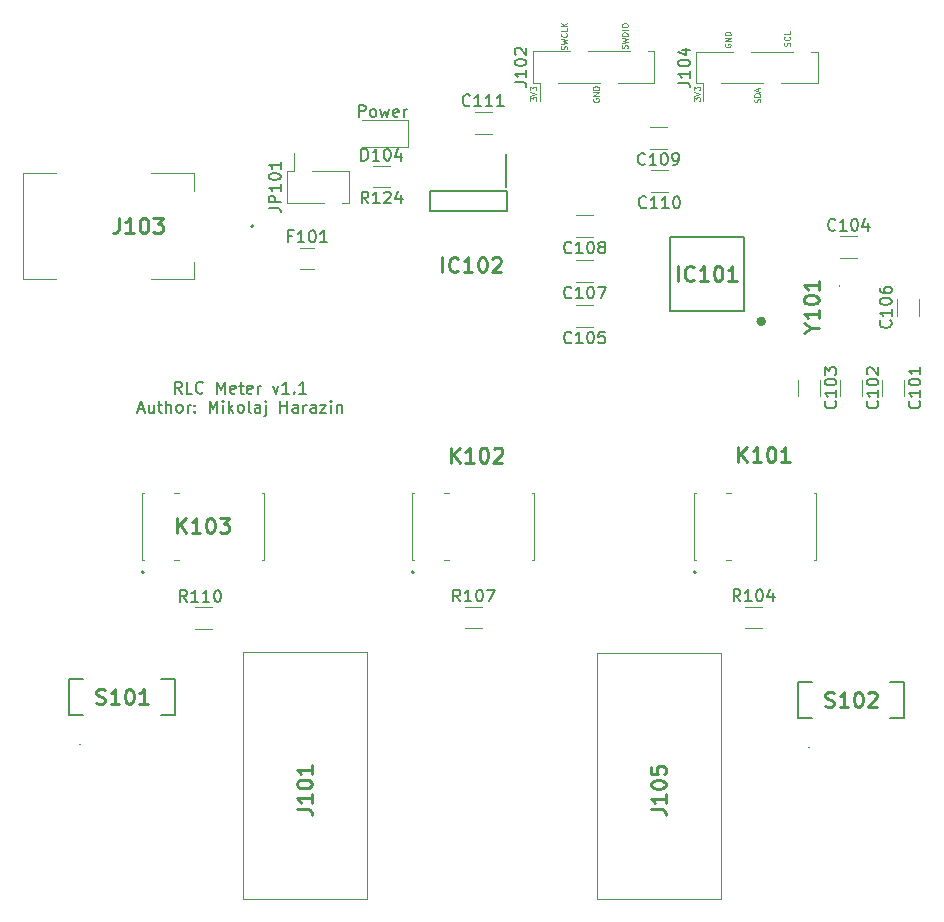
<source format=gbr>
%TF.GenerationSoftware,KiCad,Pcbnew,(6.0.7)*%
%TF.CreationDate,2023-04-19T21:38:57+02:00*%
%TF.ProjectId,rlc_meter,726c635f-6d65-4746-9572-2e6b69636164,rev?*%
%TF.SameCoordinates,Original*%
%TF.FileFunction,Legend,Top*%
%TF.FilePolarity,Positive*%
%FSLAX46Y46*%
G04 Gerber Fmt 4.6, Leading zero omitted, Abs format (unit mm)*
G04 Created by KiCad (PCBNEW (6.0.7)) date 2023-04-19 21:38:57*
%MOMM*%
%LPD*%
G01*
G04 APERTURE LIST*
%ADD10C,0.150000*%
%ADD11C,0.125000*%
%ADD12C,0.254000*%
%ADD13C,0.200000*%
%ADD14C,0.071590*%
%ADD15C,0.100000*%
%ADD16C,0.400000*%
%ADD17C,0.120000*%
G04 APERTURE END LIST*
D10*
X108422619Y-124147380D02*
X108089285Y-123671190D01*
X107851190Y-124147380D02*
X107851190Y-123147380D01*
X108232142Y-123147380D01*
X108327380Y-123195000D01*
X108375000Y-123242619D01*
X108422619Y-123337857D01*
X108422619Y-123480714D01*
X108375000Y-123575952D01*
X108327380Y-123623571D01*
X108232142Y-123671190D01*
X107851190Y-123671190D01*
X109327380Y-124147380D02*
X108851190Y-124147380D01*
X108851190Y-123147380D01*
X110232142Y-124052142D02*
X110184523Y-124099761D01*
X110041666Y-124147380D01*
X109946428Y-124147380D01*
X109803571Y-124099761D01*
X109708333Y-124004523D01*
X109660714Y-123909285D01*
X109613095Y-123718809D01*
X109613095Y-123575952D01*
X109660714Y-123385476D01*
X109708333Y-123290238D01*
X109803571Y-123195000D01*
X109946428Y-123147380D01*
X110041666Y-123147380D01*
X110184523Y-123195000D01*
X110232142Y-123242619D01*
X111422619Y-124147380D02*
X111422619Y-123147380D01*
X111755952Y-123861666D01*
X112089285Y-123147380D01*
X112089285Y-124147380D01*
X112946428Y-124099761D02*
X112851190Y-124147380D01*
X112660714Y-124147380D01*
X112565476Y-124099761D01*
X112517857Y-124004523D01*
X112517857Y-123623571D01*
X112565476Y-123528333D01*
X112660714Y-123480714D01*
X112851190Y-123480714D01*
X112946428Y-123528333D01*
X112994047Y-123623571D01*
X112994047Y-123718809D01*
X112517857Y-123814047D01*
X113279761Y-123480714D02*
X113660714Y-123480714D01*
X113422619Y-123147380D02*
X113422619Y-124004523D01*
X113470238Y-124099761D01*
X113565476Y-124147380D01*
X113660714Y-124147380D01*
X114375000Y-124099761D02*
X114279761Y-124147380D01*
X114089285Y-124147380D01*
X113994047Y-124099761D01*
X113946428Y-124004523D01*
X113946428Y-123623571D01*
X113994047Y-123528333D01*
X114089285Y-123480714D01*
X114279761Y-123480714D01*
X114375000Y-123528333D01*
X114422619Y-123623571D01*
X114422619Y-123718809D01*
X113946428Y-123814047D01*
X114851190Y-124147380D02*
X114851190Y-123480714D01*
X114851190Y-123671190D02*
X114898809Y-123575952D01*
X114946428Y-123528333D01*
X115041666Y-123480714D01*
X115136904Y-123480714D01*
X116136904Y-123480714D02*
X116375000Y-124147380D01*
X116613095Y-123480714D01*
X117517857Y-124147380D02*
X116946428Y-124147380D01*
X117232142Y-124147380D02*
X117232142Y-123147380D01*
X117136904Y-123290238D01*
X117041666Y-123385476D01*
X116946428Y-123433095D01*
X117946428Y-124052142D02*
X117994047Y-124099761D01*
X117946428Y-124147380D01*
X117898809Y-124099761D01*
X117946428Y-124052142D01*
X117946428Y-124147380D01*
X118946428Y-124147380D02*
X118375000Y-124147380D01*
X118660714Y-124147380D02*
X118660714Y-123147380D01*
X118565476Y-123290238D01*
X118470238Y-123385476D01*
X118375000Y-123433095D01*
X104732142Y-125471666D02*
X105208333Y-125471666D01*
X104636904Y-125757380D02*
X104970238Y-124757380D01*
X105303571Y-125757380D01*
X106065476Y-125090714D02*
X106065476Y-125757380D01*
X105636904Y-125090714D02*
X105636904Y-125614523D01*
X105684523Y-125709761D01*
X105779761Y-125757380D01*
X105922619Y-125757380D01*
X106017857Y-125709761D01*
X106065476Y-125662142D01*
X106398809Y-125090714D02*
X106779761Y-125090714D01*
X106541666Y-124757380D02*
X106541666Y-125614523D01*
X106589285Y-125709761D01*
X106684523Y-125757380D01*
X106779761Y-125757380D01*
X107113095Y-125757380D02*
X107113095Y-124757380D01*
X107541666Y-125757380D02*
X107541666Y-125233571D01*
X107494047Y-125138333D01*
X107398809Y-125090714D01*
X107255952Y-125090714D01*
X107160714Y-125138333D01*
X107113095Y-125185952D01*
X108160714Y-125757380D02*
X108065476Y-125709761D01*
X108017857Y-125662142D01*
X107970238Y-125566904D01*
X107970238Y-125281190D01*
X108017857Y-125185952D01*
X108065476Y-125138333D01*
X108160714Y-125090714D01*
X108303571Y-125090714D01*
X108398809Y-125138333D01*
X108446428Y-125185952D01*
X108494047Y-125281190D01*
X108494047Y-125566904D01*
X108446428Y-125662142D01*
X108398809Y-125709761D01*
X108303571Y-125757380D01*
X108160714Y-125757380D01*
X108922619Y-125757380D02*
X108922619Y-125090714D01*
X108922619Y-125281190D02*
X108970238Y-125185952D01*
X109017857Y-125138333D01*
X109113095Y-125090714D01*
X109208333Y-125090714D01*
X109541666Y-125662142D02*
X109589285Y-125709761D01*
X109541666Y-125757380D01*
X109494047Y-125709761D01*
X109541666Y-125662142D01*
X109541666Y-125757380D01*
X109541666Y-125138333D02*
X109589285Y-125185952D01*
X109541666Y-125233571D01*
X109494047Y-125185952D01*
X109541666Y-125138333D01*
X109541666Y-125233571D01*
X110779761Y-125757380D02*
X110779761Y-124757380D01*
X111113095Y-125471666D01*
X111446428Y-124757380D01*
X111446428Y-125757380D01*
X111922619Y-125757380D02*
X111922619Y-125090714D01*
X111922619Y-124757380D02*
X111875000Y-124805000D01*
X111922619Y-124852619D01*
X111970238Y-124805000D01*
X111922619Y-124757380D01*
X111922619Y-124852619D01*
X112398809Y-125757380D02*
X112398809Y-124757380D01*
X112494047Y-125376428D02*
X112779761Y-125757380D01*
X112779761Y-125090714D02*
X112398809Y-125471666D01*
X113351190Y-125757380D02*
X113255952Y-125709761D01*
X113208333Y-125662142D01*
X113160714Y-125566904D01*
X113160714Y-125281190D01*
X113208333Y-125185952D01*
X113255952Y-125138333D01*
X113351190Y-125090714D01*
X113494047Y-125090714D01*
X113589285Y-125138333D01*
X113636904Y-125185952D01*
X113684523Y-125281190D01*
X113684523Y-125566904D01*
X113636904Y-125662142D01*
X113589285Y-125709761D01*
X113494047Y-125757380D01*
X113351190Y-125757380D01*
X114255952Y-125757380D02*
X114160714Y-125709761D01*
X114113095Y-125614523D01*
X114113095Y-124757380D01*
X115065476Y-125757380D02*
X115065476Y-125233571D01*
X115017857Y-125138333D01*
X114922619Y-125090714D01*
X114732142Y-125090714D01*
X114636904Y-125138333D01*
X115065476Y-125709761D02*
X114970238Y-125757380D01*
X114732142Y-125757380D01*
X114636904Y-125709761D01*
X114589285Y-125614523D01*
X114589285Y-125519285D01*
X114636904Y-125424047D01*
X114732142Y-125376428D01*
X114970238Y-125376428D01*
X115065476Y-125328809D01*
X115541666Y-125090714D02*
X115541666Y-125947857D01*
X115494047Y-126043095D01*
X115398809Y-126090714D01*
X115351190Y-126090714D01*
X115541666Y-124757380D02*
X115494047Y-124805000D01*
X115541666Y-124852619D01*
X115589285Y-124805000D01*
X115541666Y-124757380D01*
X115541666Y-124852619D01*
X116779761Y-125757380D02*
X116779761Y-124757380D01*
X116779761Y-125233571D02*
X117351190Y-125233571D01*
X117351190Y-125757380D02*
X117351190Y-124757380D01*
X118255952Y-125757380D02*
X118255952Y-125233571D01*
X118208333Y-125138333D01*
X118113095Y-125090714D01*
X117922619Y-125090714D01*
X117827380Y-125138333D01*
X118255952Y-125709761D02*
X118160714Y-125757380D01*
X117922619Y-125757380D01*
X117827380Y-125709761D01*
X117779761Y-125614523D01*
X117779761Y-125519285D01*
X117827380Y-125424047D01*
X117922619Y-125376428D01*
X118160714Y-125376428D01*
X118255952Y-125328809D01*
X118732142Y-125757380D02*
X118732142Y-125090714D01*
X118732142Y-125281190D02*
X118779761Y-125185952D01*
X118827380Y-125138333D01*
X118922619Y-125090714D01*
X119017857Y-125090714D01*
X119779761Y-125757380D02*
X119779761Y-125233571D01*
X119732142Y-125138333D01*
X119636904Y-125090714D01*
X119446428Y-125090714D01*
X119351190Y-125138333D01*
X119779761Y-125709761D02*
X119684523Y-125757380D01*
X119446428Y-125757380D01*
X119351190Y-125709761D01*
X119303571Y-125614523D01*
X119303571Y-125519285D01*
X119351190Y-125424047D01*
X119446428Y-125376428D01*
X119684523Y-125376428D01*
X119779761Y-125328809D01*
X120160714Y-125090714D02*
X120684523Y-125090714D01*
X120160714Y-125757380D01*
X120684523Y-125757380D01*
X121065476Y-125757380D02*
X121065476Y-125090714D01*
X121065476Y-124757380D02*
X121017857Y-124805000D01*
X121065476Y-124852619D01*
X121113095Y-124805000D01*
X121065476Y-124757380D01*
X121065476Y-124852619D01*
X121541666Y-125090714D02*
X121541666Y-125757380D01*
X121541666Y-125185952D02*
X121589285Y-125138333D01*
X121684523Y-125090714D01*
X121827380Y-125090714D01*
X121922619Y-125138333D01*
X121970238Y-125233571D01*
X121970238Y-125757380D01*
D11*
X137951190Y-99369047D02*
X137951190Y-99059523D01*
X138141666Y-99226190D01*
X138141666Y-99154761D01*
X138165476Y-99107142D01*
X138189285Y-99083333D01*
X138236904Y-99059523D01*
X138355952Y-99059523D01*
X138403571Y-99083333D01*
X138427380Y-99107142D01*
X138451190Y-99154761D01*
X138451190Y-99297619D01*
X138427380Y-99345238D01*
X138403571Y-99369047D01*
X137951190Y-98916666D02*
X138451190Y-98750000D01*
X137951190Y-98583333D01*
X137951190Y-98464285D02*
X137951190Y-98154761D01*
X138141666Y-98321428D01*
X138141666Y-98250000D01*
X138165476Y-98202380D01*
X138189285Y-98178571D01*
X138236904Y-98154761D01*
X138355952Y-98154761D01*
X138403571Y-98178571D01*
X138427380Y-98202380D01*
X138451190Y-98250000D01*
X138451190Y-98392857D01*
X138427380Y-98440476D01*
X138403571Y-98464285D01*
X154425000Y-94555952D02*
X154401190Y-94603571D01*
X154401190Y-94675000D01*
X154425000Y-94746428D01*
X154472619Y-94794047D01*
X154520238Y-94817857D01*
X154615476Y-94841666D01*
X154686904Y-94841666D01*
X154782142Y-94817857D01*
X154829761Y-94794047D01*
X154877380Y-94746428D01*
X154901190Y-94675000D01*
X154901190Y-94627380D01*
X154877380Y-94555952D01*
X154853571Y-94532142D01*
X154686904Y-94532142D01*
X154686904Y-94627380D01*
X154901190Y-94317857D02*
X154401190Y-94317857D01*
X154901190Y-94032142D01*
X154401190Y-94032142D01*
X154901190Y-93794047D02*
X154401190Y-93794047D01*
X154401190Y-93675000D01*
X154425000Y-93603571D01*
X154472619Y-93555952D01*
X154520238Y-93532142D01*
X154615476Y-93508333D01*
X154686904Y-93508333D01*
X154782142Y-93532142D01*
X154829761Y-93555952D01*
X154877380Y-93603571D01*
X154901190Y-93675000D01*
X154901190Y-93794047D01*
X151801190Y-99369047D02*
X151801190Y-99059523D01*
X151991666Y-99226190D01*
X151991666Y-99154761D01*
X152015476Y-99107142D01*
X152039285Y-99083333D01*
X152086904Y-99059523D01*
X152205952Y-99059523D01*
X152253571Y-99083333D01*
X152277380Y-99107142D01*
X152301190Y-99154761D01*
X152301190Y-99297619D01*
X152277380Y-99345238D01*
X152253571Y-99369047D01*
X151801190Y-98916666D02*
X152301190Y-98750000D01*
X151801190Y-98583333D01*
X151801190Y-98464285D02*
X151801190Y-98154761D01*
X151991666Y-98321428D01*
X151991666Y-98250000D01*
X152015476Y-98202380D01*
X152039285Y-98178571D01*
X152086904Y-98154761D01*
X152205952Y-98154761D01*
X152253571Y-98178571D01*
X152277380Y-98202380D01*
X152301190Y-98250000D01*
X152301190Y-98392857D01*
X152277380Y-98440476D01*
X152253571Y-98464285D01*
X141027380Y-95005952D02*
X141051190Y-94934523D01*
X141051190Y-94815476D01*
X141027380Y-94767857D01*
X141003571Y-94744047D01*
X140955952Y-94720238D01*
X140908333Y-94720238D01*
X140860714Y-94744047D01*
X140836904Y-94767857D01*
X140813095Y-94815476D01*
X140789285Y-94910714D01*
X140765476Y-94958333D01*
X140741666Y-94982142D01*
X140694047Y-95005952D01*
X140646428Y-95005952D01*
X140598809Y-94982142D01*
X140575000Y-94958333D01*
X140551190Y-94910714D01*
X140551190Y-94791666D01*
X140575000Y-94720238D01*
X140551190Y-94553571D02*
X141051190Y-94434523D01*
X140694047Y-94339285D01*
X141051190Y-94244047D01*
X140551190Y-94125000D01*
X141003571Y-93648809D02*
X141027380Y-93672619D01*
X141051190Y-93744047D01*
X141051190Y-93791666D01*
X141027380Y-93863095D01*
X140979761Y-93910714D01*
X140932142Y-93934523D01*
X140836904Y-93958333D01*
X140765476Y-93958333D01*
X140670238Y-93934523D01*
X140622619Y-93910714D01*
X140575000Y-93863095D01*
X140551190Y-93791666D01*
X140551190Y-93744047D01*
X140575000Y-93672619D01*
X140598809Y-93648809D01*
X141051190Y-93196428D02*
X141051190Y-93434523D01*
X140551190Y-93434523D01*
X141051190Y-93029761D02*
X140551190Y-93029761D01*
X141051190Y-92744047D02*
X140765476Y-92958333D01*
X140551190Y-92744047D02*
X140836904Y-93029761D01*
X159902380Y-94720238D02*
X159926190Y-94648809D01*
X159926190Y-94529761D01*
X159902380Y-94482142D01*
X159878571Y-94458333D01*
X159830952Y-94434523D01*
X159783333Y-94434523D01*
X159735714Y-94458333D01*
X159711904Y-94482142D01*
X159688095Y-94529761D01*
X159664285Y-94625000D01*
X159640476Y-94672619D01*
X159616666Y-94696428D01*
X159569047Y-94720238D01*
X159521428Y-94720238D01*
X159473809Y-94696428D01*
X159450000Y-94672619D01*
X159426190Y-94625000D01*
X159426190Y-94505952D01*
X159450000Y-94434523D01*
X159878571Y-93934523D02*
X159902380Y-93958333D01*
X159926190Y-94029761D01*
X159926190Y-94077380D01*
X159902380Y-94148809D01*
X159854761Y-94196428D01*
X159807142Y-94220238D01*
X159711904Y-94244047D01*
X159640476Y-94244047D01*
X159545238Y-94220238D01*
X159497619Y-94196428D01*
X159450000Y-94148809D01*
X159426190Y-94077380D01*
X159426190Y-94029761D01*
X159450000Y-93958333D01*
X159473809Y-93934523D01*
X159926190Y-93482142D02*
X159926190Y-93720238D01*
X159426190Y-93720238D01*
X146152380Y-94934523D02*
X146176190Y-94863095D01*
X146176190Y-94744047D01*
X146152380Y-94696428D01*
X146128571Y-94672619D01*
X146080952Y-94648809D01*
X146033333Y-94648809D01*
X145985714Y-94672619D01*
X145961904Y-94696428D01*
X145938095Y-94744047D01*
X145914285Y-94839285D01*
X145890476Y-94886904D01*
X145866666Y-94910714D01*
X145819047Y-94934523D01*
X145771428Y-94934523D01*
X145723809Y-94910714D01*
X145700000Y-94886904D01*
X145676190Y-94839285D01*
X145676190Y-94720238D01*
X145700000Y-94648809D01*
X145676190Y-94482142D02*
X146176190Y-94363095D01*
X145819047Y-94267857D01*
X146176190Y-94172619D01*
X145676190Y-94053571D01*
X146176190Y-93863095D02*
X145676190Y-93863095D01*
X145676190Y-93744047D01*
X145700000Y-93672619D01*
X145747619Y-93625000D01*
X145795238Y-93601190D01*
X145890476Y-93577380D01*
X145961904Y-93577380D01*
X146057142Y-93601190D01*
X146104761Y-93625000D01*
X146152380Y-93672619D01*
X146176190Y-93744047D01*
X146176190Y-93863095D01*
X146176190Y-93363095D02*
X145676190Y-93363095D01*
X145676190Y-93029761D02*
X145676190Y-92934523D01*
X145700000Y-92886904D01*
X145747619Y-92839285D01*
X145842857Y-92815476D01*
X146009523Y-92815476D01*
X146104761Y-92839285D01*
X146152380Y-92886904D01*
X146176190Y-92934523D01*
X146176190Y-93029761D01*
X146152380Y-93077380D01*
X146104761Y-93125000D01*
X146009523Y-93148809D01*
X145842857Y-93148809D01*
X145747619Y-93125000D01*
X145700000Y-93077380D01*
X145676190Y-93029761D01*
X157377380Y-99507142D02*
X157401190Y-99435714D01*
X157401190Y-99316666D01*
X157377380Y-99269047D01*
X157353571Y-99245238D01*
X157305952Y-99221428D01*
X157258333Y-99221428D01*
X157210714Y-99245238D01*
X157186904Y-99269047D01*
X157163095Y-99316666D01*
X157139285Y-99411904D01*
X157115476Y-99459523D01*
X157091666Y-99483333D01*
X157044047Y-99507142D01*
X156996428Y-99507142D01*
X156948809Y-99483333D01*
X156925000Y-99459523D01*
X156901190Y-99411904D01*
X156901190Y-99292857D01*
X156925000Y-99221428D01*
X157401190Y-99007142D02*
X156901190Y-99007142D01*
X156901190Y-98888095D01*
X156925000Y-98816666D01*
X156972619Y-98769047D01*
X157020238Y-98745238D01*
X157115476Y-98721428D01*
X157186904Y-98721428D01*
X157282142Y-98745238D01*
X157329761Y-98769047D01*
X157377380Y-98816666D01*
X157401190Y-98888095D01*
X157401190Y-99007142D01*
X157258333Y-98530952D02*
X157258333Y-98292857D01*
X157401190Y-98578571D02*
X156901190Y-98411904D01*
X157401190Y-98245238D01*
D10*
X123423809Y-100727380D02*
X123423809Y-99727380D01*
X123804761Y-99727380D01*
X123900000Y-99775000D01*
X123947619Y-99822619D01*
X123995238Y-99917857D01*
X123995238Y-100060714D01*
X123947619Y-100155952D01*
X123900000Y-100203571D01*
X123804761Y-100251190D01*
X123423809Y-100251190D01*
X124566666Y-100727380D02*
X124471428Y-100679761D01*
X124423809Y-100632142D01*
X124376190Y-100536904D01*
X124376190Y-100251190D01*
X124423809Y-100155952D01*
X124471428Y-100108333D01*
X124566666Y-100060714D01*
X124709523Y-100060714D01*
X124804761Y-100108333D01*
X124852380Y-100155952D01*
X124900000Y-100251190D01*
X124900000Y-100536904D01*
X124852380Y-100632142D01*
X124804761Y-100679761D01*
X124709523Y-100727380D01*
X124566666Y-100727380D01*
X125233333Y-100060714D02*
X125423809Y-100727380D01*
X125614285Y-100251190D01*
X125804761Y-100727380D01*
X125995238Y-100060714D01*
X126757142Y-100679761D02*
X126661904Y-100727380D01*
X126471428Y-100727380D01*
X126376190Y-100679761D01*
X126328571Y-100584523D01*
X126328571Y-100203571D01*
X126376190Y-100108333D01*
X126471428Y-100060714D01*
X126661904Y-100060714D01*
X126757142Y-100108333D01*
X126804761Y-100203571D01*
X126804761Y-100298809D01*
X126328571Y-100394047D01*
X127233333Y-100727380D02*
X127233333Y-100060714D01*
X127233333Y-100251190D02*
X127280952Y-100155952D01*
X127328571Y-100108333D01*
X127423809Y-100060714D01*
X127519047Y-100060714D01*
D11*
X143275000Y-99180952D02*
X143251190Y-99228571D01*
X143251190Y-99300000D01*
X143275000Y-99371428D01*
X143322619Y-99419047D01*
X143370238Y-99442857D01*
X143465476Y-99466666D01*
X143536904Y-99466666D01*
X143632142Y-99442857D01*
X143679761Y-99419047D01*
X143727380Y-99371428D01*
X143751190Y-99300000D01*
X143751190Y-99252380D01*
X143727380Y-99180952D01*
X143703571Y-99157142D01*
X143536904Y-99157142D01*
X143536904Y-99252380D01*
X143751190Y-98942857D02*
X143251190Y-98942857D01*
X143751190Y-98657142D01*
X143251190Y-98657142D01*
X143751190Y-98419047D02*
X143251190Y-98419047D01*
X143251190Y-98300000D01*
X143275000Y-98228571D01*
X143322619Y-98180952D01*
X143370238Y-98157142D01*
X143465476Y-98133333D01*
X143536904Y-98133333D01*
X143632142Y-98157142D01*
X143679761Y-98180952D01*
X143727380Y-98228571D01*
X143751190Y-98300000D01*
X143751190Y-98419047D01*
D12*
%TO.C,S102*%
X162922857Y-150630047D02*
X163104285Y-150690523D01*
X163406666Y-150690523D01*
X163527619Y-150630047D01*
X163588095Y-150569571D01*
X163648571Y-150448619D01*
X163648571Y-150327666D01*
X163588095Y-150206714D01*
X163527619Y-150146238D01*
X163406666Y-150085761D01*
X163164761Y-150025285D01*
X163043809Y-149964809D01*
X162983333Y-149904333D01*
X162922857Y-149783380D01*
X162922857Y-149662428D01*
X162983333Y-149541476D01*
X163043809Y-149481000D01*
X163164761Y-149420523D01*
X163467142Y-149420523D01*
X163648571Y-149481000D01*
X164858095Y-150690523D02*
X164132380Y-150690523D01*
X164495238Y-150690523D02*
X164495238Y-149420523D01*
X164374285Y-149601952D01*
X164253333Y-149722904D01*
X164132380Y-149783380D01*
X165644285Y-149420523D02*
X165765238Y-149420523D01*
X165886190Y-149481000D01*
X165946666Y-149541476D01*
X166007142Y-149662428D01*
X166067619Y-149904333D01*
X166067619Y-150206714D01*
X166007142Y-150448619D01*
X165946666Y-150569571D01*
X165886190Y-150630047D01*
X165765238Y-150690523D01*
X165644285Y-150690523D01*
X165523333Y-150630047D01*
X165462857Y-150569571D01*
X165402380Y-150448619D01*
X165341904Y-150206714D01*
X165341904Y-149904333D01*
X165402380Y-149662428D01*
X165462857Y-149541476D01*
X165523333Y-149481000D01*
X165644285Y-149420523D01*
X166551428Y-149541476D02*
X166611904Y-149481000D01*
X166732857Y-149420523D01*
X167035238Y-149420523D01*
X167156190Y-149481000D01*
X167216666Y-149541476D01*
X167277142Y-149662428D01*
X167277142Y-149783380D01*
X167216666Y-149964809D01*
X166490952Y-150690523D01*
X167277142Y-150690523D01*
%TO.C,S101*%
X101200857Y-150376047D02*
X101382285Y-150436523D01*
X101684666Y-150436523D01*
X101805619Y-150376047D01*
X101866095Y-150315571D01*
X101926571Y-150194619D01*
X101926571Y-150073666D01*
X101866095Y-149952714D01*
X101805619Y-149892238D01*
X101684666Y-149831761D01*
X101442761Y-149771285D01*
X101321809Y-149710809D01*
X101261333Y-149650333D01*
X101200857Y-149529380D01*
X101200857Y-149408428D01*
X101261333Y-149287476D01*
X101321809Y-149227000D01*
X101442761Y-149166523D01*
X101745142Y-149166523D01*
X101926571Y-149227000D01*
X103136095Y-150436523D02*
X102410380Y-150436523D01*
X102773238Y-150436523D02*
X102773238Y-149166523D01*
X102652285Y-149347952D01*
X102531333Y-149468904D01*
X102410380Y-149529380D01*
X103922285Y-149166523D02*
X104043238Y-149166523D01*
X104164190Y-149227000D01*
X104224666Y-149287476D01*
X104285142Y-149408428D01*
X104345619Y-149650333D01*
X104345619Y-149952714D01*
X104285142Y-150194619D01*
X104224666Y-150315571D01*
X104164190Y-150376047D01*
X104043238Y-150436523D01*
X103922285Y-150436523D01*
X103801333Y-150376047D01*
X103740857Y-150315571D01*
X103680380Y-150194619D01*
X103619904Y-149952714D01*
X103619904Y-149650333D01*
X103680380Y-149408428D01*
X103740857Y-149287476D01*
X103801333Y-149227000D01*
X103922285Y-149166523D01*
X105555142Y-150436523D02*
X104829428Y-150436523D01*
X105192285Y-150436523D02*
X105192285Y-149166523D01*
X105071333Y-149347952D01*
X104950380Y-149468904D01*
X104829428Y-149529380D01*
%TO.C,K103*%
X108064095Y-135956523D02*
X108064095Y-134686523D01*
X108789809Y-135956523D02*
X108245523Y-135230809D01*
X108789809Y-134686523D02*
X108064095Y-135412238D01*
X109999333Y-135956523D02*
X109273619Y-135956523D01*
X109636476Y-135956523D02*
X109636476Y-134686523D01*
X109515523Y-134867952D01*
X109394571Y-134988904D01*
X109273619Y-135049380D01*
X110785523Y-134686523D02*
X110906476Y-134686523D01*
X111027428Y-134747000D01*
X111087904Y-134807476D01*
X111148380Y-134928428D01*
X111208857Y-135170333D01*
X111208857Y-135472714D01*
X111148380Y-135714619D01*
X111087904Y-135835571D01*
X111027428Y-135896047D01*
X110906476Y-135956523D01*
X110785523Y-135956523D01*
X110664571Y-135896047D01*
X110604095Y-135835571D01*
X110543619Y-135714619D01*
X110483142Y-135472714D01*
X110483142Y-135170333D01*
X110543619Y-134928428D01*
X110604095Y-134807476D01*
X110664571Y-134747000D01*
X110785523Y-134686523D01*
X111632190Y-134686523D02*
X112418380Y-134686523D01*
X111995047Y-135170333D01*
X112176476Y-135170333D01*
X112297428Y-135230809D01*
X112357904Y-135291285D01*
X112418380Y-135412238D01*
X112418380Y-135714619D01*
X112357904Y-135835571D01*
X112297428Y-135896047D01*
X112176476Y-135956523D01*
X111813619Y-135956523D01*
X111692666Y-135896047D01*
X111632190Y-135835571D01*
%TO.C,K102*%
X131228095Y-129999523D02*
X131228095Y-128729523D01*
X131953809Y-129999523D02*
X131409523Y-129273809D01*
X131953809Y-128729523D02*
X131228095Y-129455238D01*
X133163333Y-129999523D02*
X132437619Y-129999523D01*
X132800476Y-129999523D02*
X132800476Y-128729523D01*
X132679523Y-128910952D01*
X132558571Y-129031904D01*
X132437619Y-129092380D01*
X133949523Y-128729523D02*
X134070476Y-128729523D01*
X134191428Y-128790000D01*
X134251904Y-128850476D01*
X134312380Y-128971428D01*
X134372857Y-129213333D01*
X134372857Y-129515714D01*
X134312380Y-129757619D01*
X134251904Y-129878571D01*
X134191428Y-129939047D01*
X134070476Y-129999523D01*
X133949523Y-129999523D01*
X133828571Y-129939047D01*
X133768095Y-129878571D01*
X133707619Y-129757619D01*
X133647142Y-129515714D01*
X133647142Y-129213333D01*
X133707619Y-128971428D01*
X133768095Y-128850476D01*
X133828571Y-128790000D01*
X133949523Y-128729523D01*
X134856666Y-128850476D02*
X134917142Y-128790000D01*
X135038095Y-128729523D01*
X135340476Y-128729523D01*
X135461428Y-128790000D01*
X135521904Y-128850476D01*
X135582380Y-128971428D01*
X135582380Y-129092380D01*
X135521904Y-129273809D01*
X134796190Y-129999523D01*
X135582380Y-129999523D01*
%TO.C,K101*%
X155553095Y-129949523D02*
X155553095Y-128679523D01*
X156278809Y-129949523D02*
X155734523Y-129223809D01*
X156278809Y-128679523D02*
X155553095Y-129405238D01*
X157488333Y-129949523D02*
X156762619Y-129949523D01*
X157125476Y-129949523D02*
X157125476Y-128679523D01*
X157004523Y-128860952D01*
X156883571Y-128981904D01*
X156762619Y-129042380D01*
X158274523Y-128679523D02*
X158395476Y-128679523D01*
X158516428Y-128740000D01*
X158576904Y-128800476D01*
X158637380Y-128921428D01*
X158697857Y-129163333D01*
X158697857Y-129465714D01*
X158637380Y-129707619D01*
X158576904Y-129828571D01*
X158516428Y-129889047D01*
X158395476Y-129949523D01*
X158274523Y-129949523D01*
X158153571Y-129889047D01*
X158093095Y-129828571D01*
X158032619Y-129707619D01*
X157972142Y-129465714D01*
X157972142Y-129163333D01*
X158032619Y-128921428D01*
X158093095Y-128800476D01*
X158153571Y-128740000D01*
X158274523Y-128679523D01*
X159907380Y-129949523D02*
X159181666Y-129949523D01*
X159544523Y-129949523D02*
X159544523Y-128679523D01*
X159423571Y-128860952D01*
X159302619Y-128981904D01*
X159181666Y-129042380D01*
%TO.C,J105*%
X148148523Y-159366857D02*
X149055666Y-159366857D01*
X149237095Y-159427333D01*
X149358047Y-159548285D01*
X149418523Y-159729714D01*
X149418523Y-159850666D01*
X149418523Y-158096857D02*
X149418523Y-158822571D01*
X149418523Y-158459714D02*
X148148523Y-158459714D01*
X148329952Y-158580666D01*
X148450904Y-158701619D01*
X148511380Y-158822571D01*
X148148523Y-157310666D02*
X148148523Y-157189714D01*
X148209000Y-157068761D01*
X148269476Y-157008285D01*
X148390428Y-156947809D01*
X148632333Y-156887333D01*
X148934714Y-156887333D01*
X149176619Y-156947809D01*
X149297571Y-157008285D01*
X149358047Y-157068761D01*
X149418523Y-157189714D01*
X149418523Y-157310666D01*
X149358047Y-157431619D01*
X149297571Y-157492095D01*
X149176619Y-157552571D01*
X148934714Y-157613047D01*
X148632333Y-157613047D01*
X148390428Y-157552571D01*
X148269476Y-157492095D01*
X148209000Y-157431619D01*
X148148523Y-157310666D01*
X148148523Y-155738285D02*
X148148523Y-156343047D01*
X148753285Y-156403523D01*
X148692809Y-156343047D01*
X148632333Y-156222095D01*
X148632333Y-155919714D01*
X148692809Y-155798761D01*
X148753285Y-155738285D01*
X148874238Y-155677809D01*
X149176619Y-155677809D01*
X149297571Y-155738285D01*
X149358047Y-155798761D01*
X149418523Y-155919714D01*
X149418523Y-156222095D01*
X149358047Y-156343047D01*
X149297571Y-156403523D01*
%TO.C,J103*%
X103111142Y-109286523D02*
X103111142Y-110193666D01*
X103050666Y-110375095D01*
X102929714Y-110496047D01*
X102748285Y-110556523D01*
X102627333Y-110556523D01*
X104381142Y-110556523D02*
X103655428Y-110556523D01*
X104018285Y-110556523D02*
X104018285Y-109286523D01*
X103897333Y-109467952D01*
X103776380Y-109588904D01*
X103655428Y-109649380D01*
X105167333Y-109286523D02*
X105288285Y-109286523D01*
X105409238Y-109347000D01*
X105469714Y-109407476D01*
X105530190Y-109528428D01*
X105590666Y-109770333D01*
X105590666Y-110072714D01*
X105530190Y-110314619D01*
X105469714Y-110435571D01*
X105409238Y-110496047D01*
X105288285Y-110556523D01*
X105167333Y-110556523D01*
X105046380Y-110496047D01*
X104985904Y-110435571D01*
X104925428Y-110314619D01*
X104864952Y-110072714D01*
X104864952Y-109770333D01*
X104925428Y-109528428D01*
X104985904Y-109407476D01*
X105046380Y-109347000D01*
X105167333Y-109286523D01*
X106014000Y-109286523D02*
X106800190Y-109286523D01*
X106376857Y-109770333D01*
X106558285Y-109770333D01*
X106679238Y-109830809D01*
X106739714Y-109891285D01*
X106800190Y-110012238D01*
X106800190Y-110314619D01*
X106739714Y-110435571D01*
X106679238Y-110496047D01*
X106558285Y-110556523D01*
X106195428Y-110556523D01*
X106074476Y-110496047D01*
X106014000Y-110435571D01*
%TO.C,J101*%
X118176523Y-159326857D02*
X119083666Y-159326857D01*
X119265095Y-159387333D01*
X119386047Y-159508285D01*
X119446523Y-159689714D01*
X119446523Y-159810666D01*
X119446523Y-158056857D02*
X119446523Y-158782571D01*
X119446523Y-158419714D02*
X118176523Y-158419714D01*
X118357952Y-158540666D01*
X118478904Y-158661619D01*
X118539380Y-158782571D01*
X118176523Y-157270666D02*
X118176523Y-157149714D01*
X118237000Y-157028761D01*
X118297476Y-156968285D01*
X118418428Y-156907809D01*
X118660333Y-156847333D01*
X118962714Y-156847333D01*
X119204619Y-156907809D01*
X119325571Y-156968285D01*
X119386047Y-157028761D01*
X119446523Y-157149714D01*
X119446523Y-157270666D01*
X119386047Y-157391619D01*
X119325571Y-157452095D01*
X119204619Y-157512571D01*
X118962714Y-157573047D01*
X118660333Y-157573047D01*
X118418428Y-157512571D01*
X118297476Y-157452095D01*
X118237000Y-157391619D01*
X118176523Y-157270666D01*
X119446523Y-155637809D02*
X119446523Y-156363523D01*
X119446523Y-156000666D02*
X118176523Y-156000666D01*
X118357952Y-156121619D01*
X118478904Y-156242571D01*
X118539380Y-156363523D01*
%TO.C,IC102*%
X130500714Y-113874523D02*
X130500714Y-112604523D01*
X131831190Y-113753571D02*
X131770714Y-113814047D01*
X131589285Y-113874523D01*
X131468333Y-113874523D01*
X131286904Y-113814047D01*
X131165952Y-113693095D01*
X131105476Y-113572142D01*
X131045000Y-113330238D01*
X131045000Y-113148809D01*
X131105476Y-112906904D01*
X131165952Y-112785952D01*
X131286904Y-112665000D01*
X131468333Y-112604523D01*
X131589285Y-112604523D01*
X131770714Y-112665000D01*
X131831190Y-112725476D01*
X133040714Y-113874523D02*
X132315000Y-113874523D01*
X132677857Y-113874523D02*
X132677857Y-112604523D01*
X132556904Y-112785952D01*
X132435952Y-112906904D01*
X132315000Y-112967380D01*
X133826904Y-112604523D02*
X133947857Y-112604523D01*
X134068809Y-112665000D01*
X134129285Y-112725476D01*
X134189761Y-112846428D01*
X134250238Y-113088333D01*
X134250238Y-113390714D01*
X134189761Y-113632619D01*
X134129285Y-113753571D01*
X134068809Y-113814047D01*
X133947857Y-113874523D01*
X133826904Y-113874523D01*
X133705952Y-113814047D01*
X133645476Y-113753571D01*
X133585000Y-113632619D01*
X133524523Y-113390714D01*
X133524523Y-113088333D01*
X133585000Y-112846428D01*
X133645476Y-112725476D01*
X133705952Y-112665000D01*
X133826904Y-112604523D01*
X134734047Y-112725476D02*
X134794523Y-112665000D01*
X134915476Y-112604523D01*
X135217857Y-112604523D01*
X135338809Y-112665000D01*
X135399285Y-112725476D01*
X135459761Y-112846428D01*
X135459761Y-112967380D01*
X135399285Y-113148809D01*
X134673571Y-113874523D01*
X135459761Y-113874523D01*
%TO.C,IC101*%
X150458714Y-114620523D02*
X150458714Y-113350523D01*
X151789190Y-114499571D02*
X151728714Y-114560047D01*
X151547285Y-114620523D01*
X151426333Y-114620523D01*
X151244904Y-114560047D01*
X151123952Y-114439095D01*
X151063476Y-114318142D01*
X151003000Y-114076238D01*
X151003000Y-113894809D01*
X151063476Y-113652904D01*
X151123952Y-113531952D01*
X151244904Y-113411000D01*
X151426333Y-113350523D01*
X151547285Y-113350523D01*
X151728714Y-113411000D01*
X151789190Y-113471476D01*
X152998714Y-114620523D02*
X152273000Y-114620523D01*
X152635857Y-114620523D02*
X152635857Y-113350523D01*
X152514904Y-113531952D01*
X152393952Y-113652904D01*
X152273000Y-113713380D01*
X153784904Y-113350523D02*
X153905857Y-113350523D01*
X154026809Y-113411000D01*
X154087285Y-113471476D01*
X154147761Y-113592428D01*
X154208238Y-113834333D01*
X154208238Y-114136714D01*
X154147761Y-114378619D01*
X154087285Y-114499571D01*
X154026809Y-114560047D01*
X153905857Y-114620523D01*
X153784904Y-114620523D01*
X153663952Y-114560047D01*
X153603476Y-114499571D01*
X153543000Y-114378619D01*
X153482523Y-114136714D01*
X153482523Y-113834333D01*
X153543000Y-113592428D01*
X153603476Y-113471476D01*
X153663952Y-113411000D01*
X153784904Y-113350523D01*
X155417761Y-114620523D02*
X154692047Y-114620523D01*
X155054904Y-114620523D02*
X155054904Y-113350523D01*
X154933952Y-113531952D01*
X154813000Y-113652904D01*
X154692047Y-113713380D01*
D10*
%TO.C,*%
%TO.C,R110*%
X108872952Y-141790380D02*
X108539619Y-141314190D01*
X108301523Y-141790380D02*
X108301523Y-140790380D01*
X108682476Y-140790380D01*
X108777714Y-140838000D01*
X108825333Y-140885619D01*
X108872952Y-140980857D01*
X108872952Y-141123714D01*
X108825333Y-141218952D01*
X108777714Y-141266571D01*
X108682476Y-141314190D01*
X108301523Y-141314190D01*
X109825333Y-141790380D02*
X109253904Y-141790380D01*
X109539619Y-141790380D02*
X109539619Y-140790380D01*
X109444380Y-140933238D01*
X109349142Y-141028476D01*
X109253904Y-141076095D01*
X110777714Y-141790380D02*
X110206285Y-141790380D01*
X110492000Y-141790380D02*
X110492000Y-140790380D01*
X110396761Y-140933238D01*
X110301523Y-141028476D01*
X110206285Y-141076095D01*
X111396761Y-140790380D02*
X111492000Y-140790380D01*
X111587238Y-140838000D01*
X111634857Y-140885619D01*
X111682476Y-140980857D01*
X111730095Y-141171333D01*
X111730095Y-141409428D01*
X111682476Y-141599904D01*
X111634857Y-141695142D01*
X111587238Y-141742761D01*
X111492000Y-141790380D01*
X111396761Y-141790380D01*
X111301523Y-141742761D01*
X111253904Y-141695142D01*
X111206285Y-141599904D01*
X111158666Y-141409428D01*
X111158666Y-141171333D01*
X111206285Y-140980857D01*
X111253904Y-140885619D01*
X111301523Y-140838000D01*
X111396761Y-140790380D01*
%TO.C,C107*%
X141423952Y-115999142D02*
X141376333Y-116046761D01*
X141233476Y-116094380D01*
X141138238Y-116094380D01*
X140995380Y-116046761D01*
X140900142Y-115951523D01*
X140852523Y-115856285D01*
X140804904Y-115665809D01*
X140804904Y-115522952D01*
X140852523Y-115332476D01*
X140900142Y-115237238D01*
X140995380Y-115142000D01*
X141138238Y-115094380D01*
X141233476Y-115094380D01*
X141376333Y-115142000D01*
X141423952Y-115189619D01*
X142376333Y-116094380D02*
X141804904Y-116094380D01*
X142090619Y-116094380D02*
X142090619Y-115094380D01*
X141995380Y-115237238D01*
X141900142Y-115332476D01*
X141804904Y-115380095D01*
X142995380Y-115094380D02*
X143090619Y-115094380D01*
X143185857Y-115142000D01*
X143233476Y-115189619D01*
X143281095Y-115284857D01*
X143328714Y-115475333D01*
X143328714Y-115713428D01*
X143281095Y-115903904D01*
X143233476Y-115999142D01*
X143185857Y-116046761D01*
X143090619Y-116094380D01*
X142995380Y-116094380D01*
X142900142Y-116046761D01*
X142852523Y-115999142D01*
X142804904Y-115903904D01*
X142757285Y-115713428D01*
X142757285Y-115475333D01*
X142804904Y-115284857D01*
X142852523Y-115189619D01*
X142900142Y-115142000D01*
X142995380Y-115094380D01*
X143662047Y-115094380D02*
X144328714Y-115094380D01*
X143900142Y-116094380D01*
%TO.C,R124*%
X124230952Y-108047380D02*
X123897619Y-107571190D01*
X123659523Y-108047380D02*
X123659523Y-107047380D01*
X124040476Y-107047380D01*
X124135714Y-107095000D01*
X124183333Y-107142619D01*
X124230952Y-107237857D01*
X124230952Y-107380714D01*
X124183333Y-107475952D01*
X124135714Y-107523571D01*
X124040476Y-107571190D01*
X123659523Y-107571190D01*
X125183333Y-108047380D02*
X124611904Y-108047380D01*
X124897619Y-108047380D02*
X124897619Y-107047380D01*
X124802380Y-107190238D01*
X124707142Y-107285476D01*
X124611904Y-107333095D01*
X125564285Y-107142619D02*
X125611904Y-107095000D01*
X125707142Y-107047380D01*
X125945238Y-107047380D01*
X126040476Y-107095000D01*
X126088095Y-107142619D01*
X126135714Y-107237857D01*
X126135714Y-107333095D01*
X126088095Y-107475952D01*
X125516666Y-108047380D01*
X126135714Y-108047380D01*
X126992857Y-107380714D02*
X126992857Y-108047380D01*
X126754761Y-106999761D02*
X126516666Y-107714047D01*
X127135714Y-107714047D01*
%TO.C,C105*%
X141423952Y-119809142D02*
X141376333Y-119856761D01*
X141233476Y-119904380D01*
X141138238Y-119904380D01*
X140995380Y-119856761D01*
X140900142Y-119761523D01*
X140852523Y-119666285D01*
X140804904Y-119475809D01*
X140804904Y-119332952D01*
X140852523Y-119142476D01*
X140900142Y-119047238D01*
X140995380Y-118952000D01*
X141138238Y-118904380D01*
X141233476Y-118904380D01*
X141376333Y-118952000D01*
X141423952Y-118999619D01*
X142376333Y-119904380D02*
X141804904Y-119904380D01*
X142090619Y-119904380D02*
X142090619Y-118904380D01*
X141995380Y-119047238D01*
X141900142Y-119142476D01*
X141804904Y-119190095D01*
X142995380Y-118904380D02*
X143090619Y-118904380D01*
X143185857Y-118952000D01*
X143233476Y-118999619D01*
X143281095Y-119094857D01*
X143328714Y-119285333D01*
X143328714Y-119523428D01*
X143281095Y-119713904D01*
X143233476Y-119809142D01*
X143185857Y-119856761D01*
X143090619Y-119904380D01*
X142995380Y-119904380D01*
X142900142Y-119856761D01*
X142852523Y-119809142D01*
X142804904Y-119713904D01*
X142757285Y-119523428D01*
X142757285Y-119285333D01*
X142804904Y-119094857D01*
X142852523Y-118999619D01*
X142900142Y-118952000D01*
X142995380Y-118904380D01*
X144233476Y-118904380D02*
X143757285Y-118904380D01*
X143709666Y-119380571D01*
X143757285Y-119332952D01*
X143852523Y-119285333D01*
X144090619Y-119285333D01*
X144185857Y-119332952D01*
X144233476Y-119380571D01*
X144281095Y-119475809D01*
X144281095Y-119713904D01*
X144233476Y-119809142D01*
X144185857Y-119856761D01*
X144090619Y-119904380D01*
X143852523Y-119904380D01*
X143757285Y-119856761D01*
X143709666Y-119809142D01*
%TO.C,D104*%
X123634523Y-104427380D02*
X123634523Y-103427380D01*
X123872619Y-103427380D01*
X124015476Y-103475000D01*
X124110714Y-103570238D01*
X124158333Y-103665476D01*
X124205952Y-103855952D01*
X124205952Y-103998809D01*
X124158333Y-104189285D01*
X124110714Y-104284523D01*
X124015476Y-104379761D01*
X123872619Y-104427380D01*
X123634523Y-104427380D01*
X125158333Y-104427380D02*
X124586904Y-104427380D01*
X124872619Y-104427380D02*
X124872619Y-103427380D01*
X124777380Y-103570238D01*
X124682142Y-103665476D01*
X124586904Y-103713095D01*
X125777380Y-103427380D02*
X125872619Y-103427380D01*
X125967857Y-103475000D01*
X126015476Y-103522619D01*
X126063095Y-103617857D01*
X126110714Y-103808333D01*
X126110714Y-104046428D01*
X126063095Y-104236904D01*
X126015476Y-104332142D01*
X125967857Y-104379761D01*
X125872619Y-104427380D01*
X125777380Y-104427380D01*
X125682142Y-104379761D01*
X125634523Y-104332142D01*
X125586904Y-104236904D01*
X125539285Y-104046428D01*
X125539285Y-103808333D01*
X125586904Y-103617857D01*
X125634523Y-103522619D01*
X125682142Y-103475000D01*
X125777380Y-103427380D01*
X126967857Y-103760714D02*
X126967857Y-104427380D01*
X126729761Y-103379761D02*
X126491666Y-104094047D01*
X127110714Y-104094047D01*
D12*
%TO.C,Y101*%
X161744761Y-118564285D02*
X162349523Y-118564285D01*
X161079523Y-118987619D02*
X161744761Y-118564285D01*
X161079523Y-118140952D01*
X162349523Y-117052380D02*
X162349523Y-117778095D01*
X162349523Y-117415238D02*
X161079523Y-117415238D01*
X161260952Y-117536190D01*
X161381904Y-117657142D01*
X161442380Y-117778095D01*
X161079523Y-116266190D02*
X161079523Y-116145238D01*
X161140000Y-116024285D01*
X161200476Y-115963809D01*
X161321428Y-115903333D01*
X161563333Y-115842857D01*
X161865714Y-115842857D01*
X162107619Y-115903333D01*
X162228571Y-115963809D01*
X162289047Y-116024285D01*
X162349523Y-116145238D01*
X162349523Y-116266190D01*
X162289047Y-116387142D01*
X162228571Y-116447619D01*
X162107619Y-116508095D01*
X161865714Y-116568571D01*
X161563333Y-116568571D01*
X161321428Y-116508095D01*
X161200476Y-116447619D01*
X161140000Y-116387142D01*
X161079523Y-116266190D01*
X162349523Y-114633333D02*
X162349523Y-115359047D01*
X162349523Y-114996190D02*
X161079523Y-114996190D01*
X161260952Y-115117142D01*
X161381904Y-115238095D01*
X161442380Y-115359047D01*
D10*
%TO.C,R104*%
X155730952Y-141732380D02*
X155397619Y-141256190D01*
X155159523Y-141732380D02*
X155159523Y-140732380D01*
X155540476Y-140732380D01*
X155635714Y-140780000D01*
X155683333Y-140827619D01*
X155730952Y-140922857D01*
X155730952Y-141065714D01*
X155683333Y-141160952D01*
X155635714Y-141208571D01*
X155540476Y-141256190D01*
X155159523Y-141256190D01*
X156683333Y-141732380D02*
X156111904Y-141732380D01*
X156397619Y-141732380D02*
X156397619Y-140732380D01*
X156302380Y-140875238D01*
X156207142Y-140970476D01*
X156111904Y-141018095D01*
X157302380Y-140732380D02*
X157397619Y-140732380D01*
X157492857Y-140780000D01*
X157540476Y-140827619D01*
X157588095Y-140922857D01*
X157635714Y-141113333D01*
X157635714Y-141351428D01*
X157588095Y-141541904D01*
X157540476Y-141637142D01*
X157492857Y-141684761D01*
X157397619Y-141732380D01*
X157302380Y-141732380D01*
X157207142Y-141684761D01*
X157159523Y-141637142D01*
X157111904Y-141541904D01*
X157064285Y-141351428D01*
X157064285Y-141113333D01*
X157111904Y-140922857D01*
X157159523Y-140827619D01*
X157207142Y-140780000D01*
X157302380Y-140732380D01*
X158492857Y-141065714D02*
X158492857Y-141732380D01*
X158254761Y-140684761D02*
X158016666Y-141399047D01*
X158635714Y-141399047D01*
%TO.C,C102*%
X167313142Y-124794047D02*
X167360761Y-124841666D01*
X167408380Y-124984523D01*
X167408380Y-125079761D01*
X167360761Y-125222619D01*
X167265523Y-125317857D01*
X167170285Y-125365476D01*
X166979809Y-125413095D01*
X166836952Y-125413095D01*
X166646476Y-125365476D01*
X166551238Y-125317857D01*
X166456000Y-125222619D01*
X166408380Y-125079761D01*
X166408380Y-124984523D01*
X166456000Y-124841666D01*
X166503619Y-124794047D01*
X167408380Y-123841666D02*
X167408380Y-124413095D01*
X167408380Y-124127380D02*
X166408380Y-124127380D01*
X166551238Y-124222619D01*
X166646476Y-124317857D01*
X166694095Y-124413095D01*
X166408380Y-123222619D02*
X166408380Y-123127380D01*
X166456000Y-123032142D01*
X166503619Y-122984523D01*
X166598857Y-122936904D01*
X166789333Y-122889285D01*
X167027428Y-122889285D01*
X167217904Y-122936904D01*
X167313142Y-122984523D01*
X167360761Y-123032142D01*
X167408380Y-123127380D01*
X167408380Y-123222619D01*
X167360761Y-123317857D01*
X167313142Y-123365476D01*
X167217904Y-123413095D01*
X167027428Y-123460714D01*
X166789333Y-123460714D01*
X166598857Y-123413095D01*
X166503619Y-123365476D01*
X166456000Y-123317857D01*
X166408380Y-123222619D01*
X166503619Y-122508333D02*
X166456000Y-122460714D01*
X166408380Y-122365476D01*
X166408380Y-122127380D01*
X166456000Y-122032142D01*
X166503619Y-121984523D01*
X166598857Y-121936904D01*
X166694095Y-121936904D01*
X166836952Y-121984523D01*
X167408380Y-122555952D01*
X167408380Y-121936904D01*
%TO.C,JP101*%
X115802380Y-108435714D02*
X116516666Y-108435714D01*
X116659523Y-108483333D01*
X116754761Y-108578571D01*
X116802380Y-108721428D01*
X116802380Y-108816666D01*
X116802380Y-107959523D02*
X115802380Y-107959523D01*
X115802380Y-107578571D01*
X115850000Y-107483333D01*
X115897619Y-107435714D01*
X115992857Y-107388095D01*
X116135714Y-107388095D01*
X116230952Y-107435714D01*
X116278571Y-107483333D01*
X116326190Y-107578571D01*
X116326190Y-107959523D01*
X116802380Y-106435714D02*
X116802380Y-107007142D01*
X116802380Y-106721428D02*
X115802380Y-106721428D01*
X115945238Y-106816666D01*
X116040476Y-106911904D01*
X116088095Y-107007142D01*
X115802380Y-105816666D02*
X115802380Y-105721428D01*
X115850000Y-105626190D01*
X115897619Y-105578571D01*
X115992857Y-105530952D01*
X116183333Y-105483333D01*
X116421428Y-105483333D01*
X116611904Y-105530952D01*
X116707142Y-105578571D01*
X116754761Y-105626190D01*
X116802380Y-105721428D01*
X116802380Y-105816666D01*
X116754761Y-105911904D01*
X116707142Y-105959523D01*
X116611904Y-106007142D01*
X116421428Y-106054761D01*
X116183333Y-106054761D01*
X115992857Y-106007142D01*
X115897619Y-105959523D01*
X115850000Y-105911904D01*
X115802380Y-105816666D01*
X116802380Y-104530952D02*
X116802380Y-105102380D01*
X116802380Y-104816666D02*
X115802380Y-104816666D01*
X115945238Y-104911904D01*
X116040476Y-105007142D01*
X116088095Y-105102380D01*
%TO.C,C101*%
X170869142Y-124794047D02*
X170916761Y-124841666D01*
X170964380Y-124984523D01*
X170964380Y-125079761D01*
X170916761Y-125222619D01*
X170821523Y-125317857D01*
X170726285Y-125365476D01*
X170535809Y-125413095D01*
X170392952Y-125413095D01*
X170202476Y-125365476D01*
X170107238Y-125317857D01*
X170012000Y-125222619D01*
X169964380Y-125079761D01*
X169964380Y-124984523D01*
X170012000Y-124841666D01*
X170059619Y-124794047D01*
X170964380Y-123841666D02*
X170964380Y-124413095D01*
X170964380Y-124127380D02*
X169964380Y-124127380D01*
X170107238Y-124222619D01*
X170202476Y-124317857D01*
X170250095Y-124413095D01*
X169964380Y-123222619D02*
X169964380Y-123127380D01*
X170012000Y-123032142D01*
X170059619Y-122984523D01*
X170154857Y-122936904D01*
X170345333Y-122889285D01*
X170583428Y-122889285D01*
X170773904Y-122936904D01*
X170869142Y-122984523D01*
X170916761Y-123032142D01*
X170964380Y-123127380D01*
X170964380Y-123222619D01*
X170916761Y-123317857D01*
X170869142Y-123365476D01*
X170773904Y-123413095D01*
X170583428Y-123460714D01*
X170345333Y-123460714D01*
X170154857Y-123413095D01*
X170059619Y-123365476D01*
X170012000Y-123317857D01*
X169964380Y-123222619D01*
X170964380Y-121936904D02*
X170964380Y-122508333D01*
X170964380Y-122222619D02*
X169964380Y-122222619D01*
X170107238Y-122317857D01*
X170202476Y-122413095D01*
X170250095Y-122508333D01*
%TO.C,C108*%
X141423952Y-112189142D02*
X141376333Y-112236761D01*
X141233476Y-112284380D01*
X141138238Y-112284380D01*
X140995380Y-112236761D01*
X140900142Y-112141523D01*
X140852523Y-112046285D01*
X140804904Y-111855809D01*
X140804904Y-111712952D01*
X140852523Y-111522476D01*
X140900142Y-111427238D01*
X140995380Y-111332000D01*
X141138238Y-111284380D01*
X141233476Y-111284380D01*
X141376333Y-111332000D01*
X141423952Y-111379619D01*
X142376333Y-112284380D02*
X141804904Y-112284380D01*
X142090619Y-112284380D02*
X142090619Y-111284380D01*
X141995380Y-111427238D01*
X141900142Y-111522476D01*
X141804904Y-111570095D01*
X142995380Y-111284380D02*
X143090619Y-111284380D01*
X143185857Y-111332000D01*
X143233476Y-111379619D01*
X143281095Y-111474857D01*
X143328714Y-111665333D01*
X143328714Y-111903428D01*
X143281095Y-112093904D01*
X143233476Y-112189142D01*
X143185857Y-112236761D01*
X143090619Y-112284380D01*
X142995380Y-112284380D01*
X142900142Y-112236761D01*
X142852523Y-112189142D01*
X142804904Y-112093904D01*
X142757285Y-111903428D01*
X142757285Y-111665333D01*
X142804904Y-111474857D01*
X142852523Y-111379619D01*
X142900142Y-111332000D01*
X142995380Y-111284380D01*
X143900142Y-111712952D02*
X143804904Y-111665333D01*
X143757285Y-111617714D01*
X143709666Y-111522476D01*
X143709666Y-111474857D01*
X143757285Y-111379619D01*
X143804904Y-111332000D01*
X143900142Y-111284380D01*
X144090619Y-111284380D01*
X144185857Y-111332000D01*
X144233476Y-111379619D01*
X144281095Y-111474857D01*
X144281095Y-111522476D01*
X144233476Y-111617714D01*
X144185857Y-111665333D01*
X144090619Y-111712952D01*
X143900142Y-111712952D01*
X143804904Y-111760571D01*
X143757285Y-111808190D01*
X143709666Y-111903428D01*
X143709666Y-112093904D01*
X143757285Y-112189142D01*
X143804904Y-112236761D01*
X143900142Y-112284380D01*
X144090619Y-112284380D01*
X144185857Y-112236761D01*
X144233476Y-112189142D01*
X144281095Y-112093904D01*
X144281095Y-111903428D01*
X144233476Y-111808190D01*
X144185857Y-111760571D01*
X144090619Y-111712952D01*
%TO.C,C106*%
X168433142Y-117959047D02*
X168480761Y-118006666D01*
X168528380Y-118149523D01*
X168528380Y-118244761D01*
X168480761Y-118387619D01*
X168385523Y-118482857D01*
X168290285Y-118530476D01*
X168099809Y-118578095D01*
X167956952Y-118578095D01*
X167766476Y-118530476D01*
X167671238Y-118482857D01*
X167576000Y-118387619D01*
X167528380Y-118244761D01*
X167528380Y-118149523D01*
X167576000Y-118006666D01*
X167623619Y-117959047D01*
X168528380Y-117006666D02*
X168528380Y-117578095D01*
X168528380Y-117292380D02*
X167528380Y-117292380D01*
X167671238Y-117387619D01*
X167766476Y-117482857D01*
X167814095Y-117578095D01*
X167528380Y-116387619D02*
X167528380Y-116292380D01*
X167576000Y-116197142D01*
X167623619Y-116149523D01*
X167718857Y-116101904D01*
X167909333Y-116054285D01*
X168147428Y-116054285D01*
X168337904Y-116101904D01*
X168433142Y-116149523D01*
X168480761Y-116197142D01*
X168528380Y-116292380D01*
X168528380Y-116387619D01*
X168480761Y-116482857D01*
X168433142Y-116530476D01*
X168337904Y-116578095D01*
X168147428Y-116625714D01*
X167909333Y-116625714D01*
X167718857Y-116578095D01*
X167623619Y-116530476D01*
X167576000Y-116482857D01*
X167528380Y-116387619D01*
X167528380Y-115197142D02*
X167528380Y-115387619D01*
X167576000Y-115482857D01*
X167623619Y-115530476D01*
X167766476Y-115625714D01*
X167956952Y-115673333D01*
X168337904Y-115673333D01*
X168433142Y-115625714D01*
X168480761Y-115578095D01*
X168528380Y-115482857D01*
X168528380Y-115292380D01*
X168480761Y-115197142D01*
X168433142Y-115149523D01*
X168337904Y-115101904D01*
X168099809Y-115101904D01*
X168004571Y-115149523D01*
X167956952Y-115197142D01*
X167909333Y-115292380D01*
X167909333Y-115482857D01*
X167956952Y-115578095D01*
X168004571Y-115625714D01*
X168099809Y-115673333D01*
%TO.C,*%
%TO.C,C111*%
X132830952Y-99732142D02*
X132783333Y-99779761D01*
X132640476Y-99827380D01*
X132545238Y-99827380D01*
X132402380Y-99779761D01*
X132307142Y-99684523D01*
X132259523Y-99589285D01*
X132211904Y-99398809D01*
X132211904Y-99255952D01*
X132259523Y-99065476D01*
X132307142Y-98970238D01*
X132402380Y-98875000D01*
X132545238Y-98827380D01*
X132640476Y-98827380D01*
X132783333Y-98875000D01*
X132830952Y-98922619D01*
X133783333Y-99827380D02*
X133211904Y-99827380D01*
X133497619Y-99827380D02*
X133497619Y-98827380D01*
X133402380Y-98970238D01*
X133307142Y-99065476D01*
X133211904Y-99113095D01*
X134735714Y-99827380D02*
X134164285Y-99827380D01*
X134450000Y-99827380D02*
X134450000Y-98827380D01*
X134354761Y-98970238D01*
X134259523Y-99065476D01*
X134164285Y-99113095D01*
X135688095Y-99827380D02*
X135116666Y-99827380D01*
X135402380Y-99827380D02*
X135402380Y-98827380D01*
X135307142Y-98970238D01*
X135211904Y-99065476D01*
X135116666Y-99113095D01*
%TO.C,J102*%
X136612380Y-97785714D02*
X137326666Y-97785714D01*
X137469523Y-97833333D01*
X137564761Y-97928571D01*
X137612380Y-98071428D01*
X137612380Y-98166666D01*
X137612380Y-96785714D02*
X137612380Y-97357142D01*
X137612380Y-97071428D02*
X136612380Y-97071428D01*
X136755238Y-97166666D01*
X136850476Y-97261904D01*
X136898095Y-97357142D01*
X136612380Y-96166666D02*
X136612380Y-96071428D01*
X136660000Y-95976190D01*
X136707619Y-95928571D01*
X136802857Y-95880952D01*
X136993333Y-95833333D01*
X137231428Y-95833333D01*
X137421904Y-95880952D01*
X137517142Y-95928571D01*
X137564761Y-95976190D01*
X137612380Y-96071428D01*
X137612380Y-96166666D01*
X137564761Y-96261904D01*
X137517142Y-96309523D01*
X137421904Y-96357142D01*
X137231428Y-96404761D01*
X136993333Y-96404761D01*
X136802857Y-96357142D01*
X136707619Y-96309523D01*
X136660000Y-96261904D01*
X136612380Y-96166666D01*
X136707619Y-95452380D02*
X136660000Y-95404761D01*
X136612380Y-95309523D01*
X136612380Y-95071428D01*
X136660000Y-94976190D01*
X136707619Y-94928571D01*
X136802857Y-94880952D01*
X136898095Y-94880952D01*
X137040952Y-94928571D01*
X137612380Y-95500000D01*
X137612380Y-94880952D01*
%TO.C,C110*%
X147755952Y-108357142D02*
X147708333Y-108404761D01*
X147565476Y-108452380D01*
X147470238Y-108452380D01*
X147327380Y-108404761D01*
X147232142Y-108309523D01*
X147184523Y-108214285D01*
X147136904Y-108023809D01*
X147136904Y-107880952D01*
X147184523Y-107690476D01*
X147232142Y-107595238D01*
X147327380Y-107500000D01*
X147470238Y-107452380D01*
X147565476Y-107452380D01*
X147708333Y-107500000D01*
X147755952Y-107547619D01*
X148708333Y-108452380D02*
X148136904Y-108452380D01*
X148422619Y-108452380D02*
X148422619Y-107452380D01*
X148327380Y-107595238D01*
X148232142Y-107690476D01*
X148136904Y-107738095D01*
X149660714Y-108452380D02*
X149089285Y-108452380D01*
X149375000Y-108452380D02*
X149375000Y-107452380D01*
X149279761Y-107595238D01*
X149184523Y-107690476D01*
X149089285Y-107738095D01*
X150279761Y-107452380D02*
X150375000Y-107452380D01*
X150470238Y-107500000D01*
X150517857Y-107547619D01*
X150565476Y-107642857D01*
X150613095Y-107833333D01*
X150613095Y-108071428D01*
X150565476Y-108261904D01*
X150517857Y-108357142D01*
X150470238Y-108404761D01*
X150375000Y-108452380D01*
X150279761Y-108452380D01*
X150184523Y-108404761D01*
X150136904Y-108357142D01*
X150089285Y-108261904D01*
X150041666Y-108071428D01*
X150041666Y-107833333D01*
X150089285Y-107642857D01*
X150136904Y-107547619D01*
X150184523Y-107500000D01*
X150279761Y-107452380D01*
%TO.C,C109*%
X147655952Y-104707142D02*
X147608333Y-104754761D01*
X147465476Y-104802380D01*
X147370238Y-104802380D01*
X147227380Y-104754761D01*
X147132142Y-104659523D01*
X147084523Y-104564285D01*
X147036904Y-104373809D01*
X147036904Y-104230952D01*
X147084523Y-104040476D01*
X147132142Y-103945238D01*
X147227380Y-103850000D01*
X147370238Y-103802380D01*
X147465476Y-103802380D01*
X147608333Y-103850000D01*
X147655952Y-103897619D01*
X148608333Y-104802380D02*
X148036904Y-104802380D01*
X148322619Y-104802380D02*
X148322619Y-103802380D01*
X148227380Y-103945238D01*
X148132142Y-104040476D01*
X148036904Y-104088095D01*
X149227380Y-103802380D02*
X149322619Y-103802380D01*
X149417857Y-103850000D01*
X149465476Y-103897619D01*
X149513095Y-103992857D01*
X149560714Y-104183333D01*
X149560714Y-104421428D01*
X149513095Y-104611904D01*
X149465476Y-104707142D01*
X149417857Y-104754761D01*
X149322619Y-104802380D01*
X149227380Y-104802380D01*
X149132142Y-104754761D01*
X149084523Y-104707142D01*
X149036904Y-104611904D01*
X148989285Y-104421428D01*
X148989285Y-104183333D01*
X149036904Y-103992857D01*
X149084523Y-103897619D01*
X149132142Y-103850000D01*
X149227380Y-103802380D01*
X150036904Y-104802380D02*
X150227380Y-104802380D01*
X150322619Y-104754761D01*
X150370238Y-104707142D01*
X150465476Y-104564285D01*
X150513095Y-104373809D01*
X150513095Y-103992857D01*
X150465476Y-103897619D01*
X150417857Y-103850000D01*
X150322619Y-103802380D01*
X150132142Y-103802380D01*
X150036904Y-103850000D01*
X149989285Y-103897619D01*
X149941666Y-103992857D01*
X149941666Y-104230952D01*
X149989285Y-104326190D01*
X150036904Y-104373809D01*
X150132142Y-104421428D01*
X150322619Y-104421428D01*
X150417857Y-104373809D01*
X150465476Y-104326190D01*
X150513095Y-104230952D01*
%TO.C,C104*%
X163775952Y-110267142D02*
X163728333Y-110314761D01*
X163585476Y-110362380D01*
X163490238Y-110362380D01*
X163347380Y-110314761D01*
X163252142Y-110219523D01*
X163204523Y-110124285D01*
X163156904Y-109933809D01*
X163156904Y-109790952D01*
X163204523Y-109600476D01*
X163252142Y-109505238D01*
X163347380Y-109410000D01*
X163490238Y-109362380D01*
X163585476Y-109362380D01*
X163728333Y-109410000D01*
X163775952Y-109457619D01*
X164728333Y-110362380D02*
X164156904Y-110362380D01*
X164442619Y-110362380D02*
X164442619Y-109362380D01*
X164347380Y-109505238D01*
X164252142Y-109600476D01*
X164156904Y-109648095D01*
X165347380Y-109362380D02*
X165442619Y-109362380D01*
X165537857Y-109410000D01*
X165585476Y-109457619D01*
X165633095Y-109552857D01*
X165680714Y-109743333D01*
X165680714Y-109981428D01*
X165633095Y-110171904D01*
X165585476Y-110267142D01*
X165537857Y-110314761D01*
X165442619Y-110362380D01*
X165347380Y-110362380D01*
X165252142Y-110314761D01*
X165204523Y-110267142D01*
X165156904Y-110171904D01*
X165109285Y-109981428D01*
X165109285Y-109743333D01*
X165156904Y-109552857D01*
X165204523Y-109457619D01*
X165252142Y-109410000D01*
X165347380Y-109362380D01*
X166537857Y-109695714D02*
X166537857Y-110362380D01*
X166299761Y-109314761D02*
X166061666Y-110029047D01*
X166680714Y-110029047D01*
%TO.C,*%
%TO.C,R107*%
X132005952Y-141757380D02*
X131672619Y-141281190D01*
X131434523Y-141757380D02*
X131434523Y-140757380D01*
X131815476Y-140757380D01*
X131910714Y-140805000D01*
X131958333Y-140852619D01*
X132005952Y-140947857D01*
X132005952Y-141090714D01*
X131958333Y-141185952D01*
X131910714Y-141233571D01*
X131815476Y-141281190D01*
X131434523Y-141281190D01*
X132958333Y-141757380D02*
X132386904Y-141757380D01*
X132672619Y-141757380D02*
X132672619Y-140757380D01*
X132577380Y-140900238D01*
X132482142Y-140995476D01*
X132386904Y-141043095D01*
X133577380Y-140757380D02*
X133672619Y-140757380D01*
X133767857Y-140805000D01*
X133815476Y-140852619D01*
X133863095Y-140947857D01*
X133910714Y-141138333D01*
X133910714Y-141376428D01*
X133863095Y-141566904D01*
X133815476Y-141662142D01*
X133767857Y-141709761D01*
X133672619Y-141757380D01*
X133577380Y-141757380D01*
X133482142Y-141709761D01*
X133434523Y-141662142D01*
X133386904Y-141566904D01*
X133339285Y-141376428D01*
X133339285Y-141138333D01*
X133386904Y-140947857D01*
X133434523Y-140852619D01*
X133482142Y-140805000D01*
X133577380Y-140757380D01*
X134244047Y-140757380D02*
X134910714Y-140757380D01*
X134482142Y-141757380D01*
%TO.C,F101*%
X117764285Y-110808571D02*
X117430952Y-110808571D01*
X117430952Y-111332380D02*
X117430952Y-110332380D01*
X117907142Y-110332380D01*
X118811904Y-111332380D02*
X118240476Y-111332380D01*
X118526190Y-111332380D02*
X118526190Y-110332380D01*
X118430952Y-110475238D01*
X118335714Y-110570476D01*
X118240476Y-110618095D01*
X119430952Y-110332380D02*
X119526190Y-110332380D01*
X119621428Y-110380000D01*
X119669047Y-110427619D01*
X119716666Y-110522857D01*
X119764285Y-110713333D01*
X119764285Y-110951428D01*
X119716666Y-111141904D01*
X119669047Y-111237142D01*
X119621428Y-111284761D01*
X119526190Y-111332380D01*
X119430952Y-111332380D01*
X119335714Y-111284761D01*
X119288095Y-111237142D01*
X119240476Y-111141904D01*
X119192857Y-110951428D01*
X119192857Y-110713333D01*
X119240476Y-110522857D01*
X119288095Y-110427619D01*
X119335714Y-110380000D01*
X119430952Y-110332380D01*
X120716666Y-111332380D02*
X120145238Y-111332380D01*
X120430952Y-111332380D02*
X120430952Y-110332380D01*
X120335714Y-110475238D01*
X120240476Y-110570476D01*
X120145238Y-110618095D01*
%TO.C,C103*%
X163757142Y-124794047D02*
X163804761Y-124841666D01*
X163852380Y-124984523D01*
X163852380Y-125079761D01*
X163804761Y-125222619D01*
X163709523Y-125317857D01*
X163614285Y-125365476D01*
X163423809Y-125413095D01*
X163280952Y-125413095D01*
X163090476Y-125365476D01*
X162995238Y-125317857D01*
X162900000Y-125222619D01*
X162852380Y-125079761D01*
X162852380Y-124984523D01*
X162900000Y-124841666D01*
X162947619Y-124794047D01*
X163852380Y-123841666D02*
X163852380Y-124413095D01*
X163852380Y-124127380D02*
X162852380Y-124127380D01*
X162995238Y-124222619D01*
X163090476Y-124317857D01*
X163138095Y-124413095D01*
X162852380Y-123222619D02*
X162852380Y-123127380D01*
X162900000Y-123032142D01*
X162947619Y-122984523D01*
X163042857Y-122936904D01*
X163233333Y-122889285D01*
X163471428Y-122889285D01*
X163661904Y-122936904D01*
X163757142Y-122984523D01*
X163804761Y-123032142D01*
X163852380Y-123127380D01*
X163852380Y-123222619D01*
X163804761Y-123317857D01*
X163757142Y-123365476D01*
X163661904Y-123413095D01*
X163471428Y-123460714D01*
X163233333Y-123460714D01*
X163042857Y-123413095D01*
X162947619Y-123365476D01*
X162900000Y-123317857D01*
X162852380Y-123222619D01*
X162852380Y-122555952D02*
X162852380Y-121936904D01*
X163233333Y-122270238D01*
X163233333Y-122127380D01*
X163280952Y-122032142D01*
X163328571Y-121984523D01*
X163423809Y-121936904D01*
X163661904Y-121936904D01*
X163757142Y-121984523D01*
X163804761Y-122032142D01*
X163852380Y-122127380D01*
X163852380Y-122413095D01*
X163804761Y-122508333D01*
X163757142Y-122555952D01*
%TO.C,J104*%
X150462380Y-97835714D02*
X151176666Y-97835714D01*
X151319523Y-97883333D01*
X151414761Y-97978571D01*
X151462380Y-98121428D01*
X151462380Y-98216666D01*
X151462380Y-96835714D02*
X151462380Y-97407142D01*
X151462380Y-97121428D02*
X150462380Y-97121428D01*
X150605238Y-97216666D01*
X150700476Y-97311904D01*
X150748095Y-97407142D01*
X150462380Y-96216666D02*
X150462380Y-96121428D01*
X150510000Y-96026190D01*
X150557619Y-95978571D01*
X150652857Y-95930952D01*
X150843333Y-95883333D01*
X151081428Y-95883333D01*
X151271904Y-95930952D01*
X151367142Y-95978571D01*
X151414761Y-96026190D01*
X151462380Y-96121428D01*
X151462380Y-96216666D01*
X151414761Y-96311904D01*
X151367142Y-96359523D01*
X151271904Y-96407142D01*
X151081428Y-96454761D01*
X150843333Y-96454761D01*
X150652857Y-96407142D01*
X150557619Y-96359523D01*
X150510000Y-96311904D01*
X150462380Y-96216666D01*
X150795714Y-95026190D02*
X151462380Y-95026190D01*
X150414761Y-95264285D02*
X151129047Y-95502380D01*
X151129047Y-94883333D01*
D13*
%TO.C,S102*%
X160600000Y-148614000D02*
X160600000Y-151614000D01*
X169600000Y-151614000D02*
X169600000Y-148614000D01*
X169600000Y-148614000D02*
X168423000Y-148614000D01*
X160600000Y-148614000D02*
X161777000Y-148614000D01*
X169600000Y-151614000D02*
X168423000Y-151614000D01*
X160600000Y-151614000D02*
X161777000Y-151614000D01*
D14*
X161486000Y-154082000D02*
X161486000Y-154082000D01*
X161558000Y-154082000D02*
X161558000Y-154082000D01*
X161486000Y-154082000D02*
G75*
G03*
X161558000Y-154082000I36000J0D01*
G01*
X161558000Y-154082000D02*
G75*
G03*
X161486000Y-154082000I-36000J0D01*
G01*
D13*
%TO.C,S101*%
X98878000Y-148360000D02*
X98878000Y-151360000D01*
X107878000Y-151360000D02*
X107878000Y-148360000D01*
X107878000Y-148360000D02*
X106701000Y-148360000D01*
X98878000Y-148360000D02*
X100055000Y-148360000D01*
X107878000Y-151360000D02*
X106701000Y-151360000D01*
X98878000Y-151360000D02*
X100055000Y-151360000D01*
D14*
X99764000Y-153828000D02*
X99764000Y-153828000D01*
X99836000Y-153828000D02*
X99836000Y-153828000D01*
X99764000Y-153828000D02*
G75*
G03*
X99836000Y-153828000I36000J0D01*
G01*
X99836000Y-153828000D02*
G75*
G03*
X99764000Y-153828000I-36000J0D01*
G01*
D13*
%TO.C,K103*%
X105136000Y-139382000D02*
X105136000Y-139382000D01*
X105136000Y-139182000D02*
X105136000Y-139182000D01*
D15*
X107736000Y-138232000D02*
X108236000Y-138232000D01*
X107736000Y-132532000D02*
X108236000Y-132532000D01*
X105236000Y-138232000D02*
X105086000Y-138232000D01*
X105086000Y-138232000D02*
X105086000Y-132532000D01*
X105086000Y-132532000D02*
X105236000Y-132532000D01*
X115236000Y-138232000D02*
X115386000Y-138232000D01*
X115386000Y-138232000D02*
X115386000Y-132532000D01*
X115386000Y-132532000D02*
X115236000Y-132532000D01*
D13*
X105136000Y-139382000D02*
G75*
G03*
X105136000Y-139182000I0J100000D01*
G01*
X105136000Y-139182000D02*
G75*
G03*
X105136000Y-139382000I0J-100000D01*
G01*
%TO.C,K102*%
X127996000Y-139382000D02*
X127996000Y-139382000D01*
X127996000Y-139182000D02*
X127996000Y-139182000D01*
D15*
X130596000Y-138232000D02*
X131096000Y-138232000D01*
X130596000Y-132532000D02*
X131096000Y-132532000D01*
X128096000Y-138232000D02*
X127946000Y-138232000D01*
X127946000Y-138232000D02*
X127946000Y-132532000D01*
X127946000Y-132532000D02*
X128096000Y-132532000D01*
X138096000Y-138232000D02*
X138246000Y-138232000D01*
X138246000Y-138232000D02*
X138246000Y-132532000D01*
X138246000Y-132532000D02*
X138096000Y-132532000D01*
D13*
X127996000Y-139382000D02*
G75*
G03*
X127996000Y-139182000I0J100000D01*
G01*
X127996000Y-139182000D02*
G75*
G03*
X127996000Y-139382000I0J-100000D01*
G01*
%TO.C,K101*%
X151872000Y-139382000D02*
X151872000Y-139382000D01*
X151872000Y-139182000D02*
X151872000Y-139182000D01*
D15*
X154472000Y-138232000D02*
X154972000Y-138232000D01*
X154472000Y-132532000D02*
X154972000Y-132532000D01*
X151972000Y-138232000D02*
X151822000Y-138232000D01*
X151822000Y-138232000D02*
X151822000Y-132532000D01*
X151822000Y-132532000D02*
X151972000Y-132532000D01*
X161972000Y-138232000D02*
X162122000Y-138232000D01*
X162122000Y-138232000D02*
X162122000Y-132532000D01*
X162122000Y-132532000D02*
X161972000Y-132532000D01*
D13*
X151872000Y-139382000D02*
G75*
G03*
X151872000Y-139182000I0J100000D01*
G01*
X151872000Y-139182000D02*
G75*
G03*
X151872000Y-139382000I0J-100000D01*
G01*
D15*
%TO.C,J105*%
X154094000Y-146084000D02*
X154094000Y-166984000D01*
X154094000Y-166984000D02*
X143594000Y-166984000D01*
X143594000Y-166984000D02*
X143594000Y-146084000D01*
X143594000Y-146084000D02*
X154094000Y-146084000D01*
%TO.C,J103*%
X97794000Y-105482000D02*
X94994000Y-105482000D01*
X94994000Y-105482000D02*
X94994000Y-114482000D01*
X94994000Y-114482000D02*
X97794000Y-114482000D01*
X105794000Y-105482000D02*
X109494000Y-105482000D01*
X109494000Y-105482000D02*
X109494000Y-106982000D01*
X109494000Y-112982000D02*
X109494000Y-114482000D01*
X109494000Y-114482000D02*
X105794000Y-114482000D01*
D13*
X114394000Y-109882000D02*
X114394000Y-109882000D01*
X114394000Y-110082000D02*
X114394000Y-110082000D01*
X114394000Y-110082000D02*
G75*
G03*
X114394000Y-109882000I0J100000D01*
G01*
X114394000Y-109882000D02*
G75*
G03*
X114394000Y-110082000I0J-100000D01*
G01*
D15*
%TO.C,J101*%
X124122000Y-146044000D02*
X124122000Y-166944000D01*
X124122000Y-166944000D02*
X113622000Y-166944000D01*
X113622000Y-166944000D02*
X113622000Y-146044000D01*
X113622000Y-146044000D02*
X124122000Y-146044000D01*
D13*
%TO.C,IC102*%
X135975000Y-106975000D02*
X135975000Y-108725000D01*
X135975000Y-108725000D02*
X129475000Y-108725000D01*
X129475000Y-108725000D02*
X129475000Y-106975000D01*
X129475000Y-106975000D02*
X135975000Y-106975000D01*
X135850000Y-103875000D02*
X135850000Y-106625000D01*
%TO.C,IC101*%
X156058000Y-117196000D02*
X149758000Y-117196000D01*
X149758000Y-117196000D02*
X149758000Y-110896000D01*
X149758000Y-110896000D02*
X156058000Y-110896000D01*
X156058000Y-110896000D02*
X156058000Y-117196000D01*
D16*
X157683000Y-118046000D02*
G75*
G03*
X157683000Y-118046000I-200000J0D01*
G01*
D17*
%TO.C,R110*%
X109522936Y-144060000D02*
X110977064Y-144060000D01*
X109522936Y-142240000D02*
X110977064Y-142240000D01*
%TO.C,C107*%
X143254252Y-114702000D02*
X141831748Y-114702000D01*
X143254252Y-112882000D02*
X141831748Y-112882000D01*
%TO.C,R124*%
X126077064Y-106685000D02*
X124622936Y-106685000D01*
X126077064Y-104865000D02*
X124622936Y-104865000D01*
%TO.C,C105*%
X143254252Y-118512000D02*
X141831748Y-118512000D01*
X143254252Y-116692000D02*
X141831748Y-116692000D01*
%TO.C,D104*%
X127610000Y-103235000D02*
X127610000Y-100965000D01*
X127610000Y-100965000D02*
X123725000Y-100965000D01*
X123725000Y-103235000D02*
X127610000Y-103235000D01*
D15*
%TO.C,Y101*%
X164071000Y-115040000D02*
X164071000Y-115040000D01*
X164071000Y-114940000D02*
X164071000Y-114940000D01*
X164071000Y-114940000D02*
G75*
G03*
X164071000Y-115040000I0J-50000D01*
G01*
X164071000Y-115040000D02*
G75*
G03*
X164071000Y-114940000I0J50000D01*
G01*
D17*
%TO.C,R104*%
X156122936Y-142190000D02*
X157577064Y-142190000D01*
X156122936Y-144010000D02*
X157577064Y-144010000D01*
%TO.C,C102*%
X166016000Y-122963748D02*
X166016000Y-124386252D01*
X164196000Y-122963748D02*
X164196000Y-124386252D01*
%TO.C,JP101*%
X117350000Y-107980000D02*
X120460000Y-107980000D01*
X122550000Y-107980000D02*
X122550000Y-105320000D01*
X117920000Y-105320000D02*
X117920000Y-103800000D01*
X121980000Y-107980000D02*
X122550000Y-107980000D01*
X117350000Y-107980000D02*
X117350000Y-105320000D01*
X119440000Y-105320000D02*
X122550000Y-105320000D01*
X117350000Y-105320000D02*
X117920000Y-105320000D01*
%TO.C,C101*%
X167752000Y-122963748D02*
X167752000Y-124386252D01*
X169572000Y-122963748D02*
X169572000Y-124386252D01*
%TO.C,C108*%
X143254252Y-110892000D02*
X141831748Y-110892000D01*
X143254252Y-109072000D02*
X141831748Y-109072000D01*
%TO.C,C106*%
X170836000Y-117551252D02*
X170836000Y-116128748D01*
X169016000Y-117551252D02*
X169016000Y-116128748D01*
%TO.C,C111*%
X133238748Y-100315000D02*
X134661252Y-100315000D01*
X133238748Y-102135000D02*
X134661252Y-102135000D01*
%TO.C,J102*%
X147870000Y-95170000D02*
X148440000Y-95170000D01*
X138160000Y-97830000D02*
X138730000Y-97830000D01*
X142790000Y-95170000D02*
X146350000Y-95170000D01*
X145330000Y-97830000D02*
X148440000Y-97830000D01*
X140250000Y-97830000D02*
X143810000Y-97830000D01*
X138730000Y-97830000D02*
X138730000Y-99350000D01*
X138160000Y-97830000D02*
X138160000Y-95170000D01*
X148440000Y-97830000D02*
X148440000Y-95170000D01*
X138160000Y-95170000D02*
X141270000Y-95170000D01*
%TO.C,C110*%
X149586252Y-105240000D02*
X148163748Y-105240000D01*
X149586252Y-107060000D02*
X148163748Y-107060000D01*
%TO.C,C109*%
X149486252Y-103410000D02*
X148063748Y-103410000D01*
X149486252Y-101590000D02*
X148063748Y-101590000D01*
%TO.C,C104*%
X164183748Y-110850000D02*
X165606252Y-110850000D01*
X164183748Y-112670000D02*
X165606252Y-112670000D01*
%TO.C,R107*%
X132397936Y-142215000D02*
X133852064Y-142215000D01*
X132397936Y-144035000D02*
X133852064Y-144035000D01*
%TO.C,F101*%
X118447936Y-113610000D02*
X119652064Y-113610000D01*
X118447936Y-111790000D02*
X119652064Y-111790000D01*
%TO.C,C103*%
X162460000Y-122963748D02*
X162460000Y-124386252D01*
X160640000Y-122963748D02*
X160640000Y-124386252D01*
%TO.C,J104*%
X161720000Y-95220000D02*
X162290000Y-95220000D01*
X152010000Y-97880000D02*
X152010000Y-95220000D01*
X152010000Y-97880000D02*
X152580000Y-97880000D01*
X159180000Y-97880000D02*
X162290000Y-97880000D01*
X152010000Y-95220000D02*
X155120000Y-95220000D01*
X156640000Y-95220000D02*
X160200000Y-95220000D01*
X154100000Y-97880000D02*
X157660000Y-97880000D01*
X152580000Y-97880000D02*
X152580000Y-99400000D01*
X162290000Y-97880000D02*
X162290000Y-95220000D01*
%TD*%
M02*

</source>
